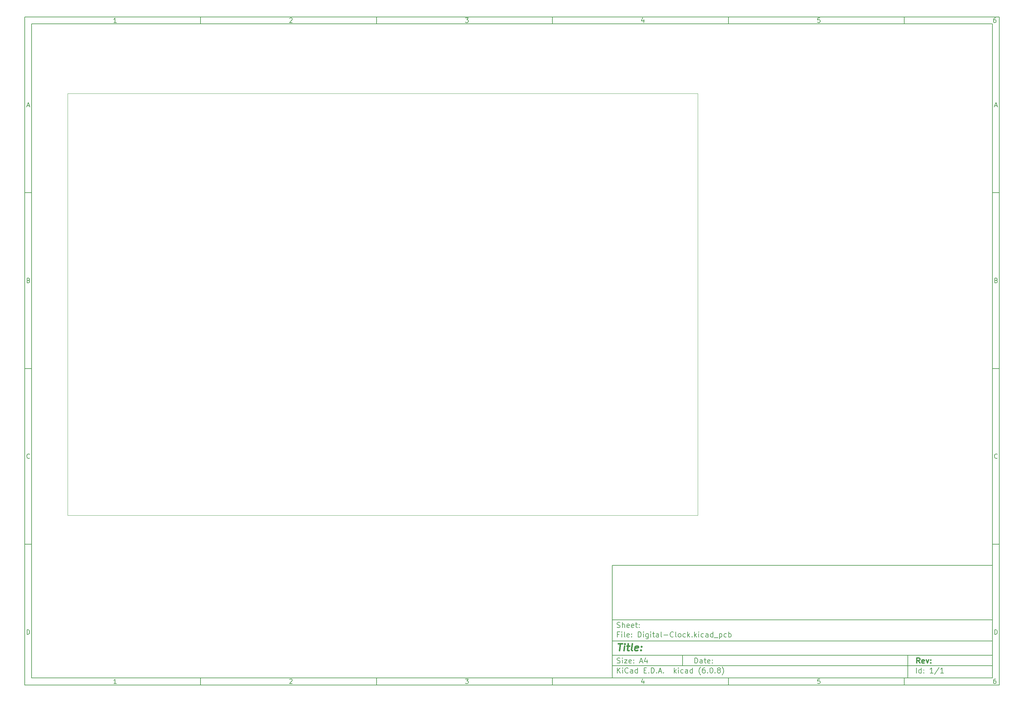
<source format=gbr>
G04 #@! TF.GenerationSoftware,KiCad,Pcbnew,(6.0.8)*
G04 #@! TF.CreationDate,2022-10-20T20:27:47+05:30*
G04 #@! TF.ProjectId,Digital-Clock,44696769-7461-46c2-9d43-6c6f636b2e6b,rev?*
G04 #@! TF.SameCoordinates,Original*
G04 #@! TF.FileFunction,Glue,Bot*
G04 #@! TF.FilePolarity,Positive*
%FSLAX46Y46*%
G04 Gerber Fmt 4.6, Leading zero omitted, Abs format (unit mm)*
G04 Created by KiCad (PCBNEW (6.0.8)) date 2022-10-20 20:27:47*
%MOMM*%
%LPD*%
G01*
G04 APERTURE LIST*
%ADD10C,0.100000*%
%ADD11C,0.150000*%
%ADD12C,0.300000*%
%ADD13C,0.400000*%
G04 #@! TA.AperFunction,Profile*
%ADD14C,0.050000*%
G04 #@! TD*
G04 APERTURE END LIST*
D10*
D11*
X177002200Y-166007200D02*
X177002200Y-198007200D01*
X285002200Y-198007200D01*
X285002200Y-166007200D01*
X177002200Y-166007200D01*
D10*
D11*
X10000000Y-10000000D02*
X10000000Y-200007200D01*
X287002200Y-200007200D01*
X287002200Y-10000000D01*
X10000000Y-10000000D01*
D10*
D11*
X12000000Y-12000000D02*
X12000000Y-198007200D01*
X285002200Y-198007200D01*
X285002200Y-12000000D01*
X12000000Y-12000000D01*
D10*
D11*
X60000000Y-12000000D02*
X60000000Y-10000000D01*
D10*
D11*
X110000000Y-12000000D02*
X110000000Y-10000000D01*
D10*
D11*
X160000000Y-12000000D02*
X160000000Y-10000000D01*
D10*
D11*
X210000000Y-12000000D02*
X210000000Y-10000000D01*
D10*
D11*
X260000000Y-12000000D02*
X260000000Y-10000000D01*
D10*
D11*
X36065476Y-11588095D02*
X35322619Y-11588095D01*
X35694047Y-11588095D02*
X35694047Y-10288095D01*
X35570238Y-10473809D01*
X35446428Y-10597619D01*
X35322619Y-10659523D01*
D10*
D11*
X85322619Y-10411904D02*
X85384523Y-10350000D01*
X85508333Y-10288095D01*
X85817857Y-10288095D01*
X85941666Y-10350000D01*
X86003571Y-10411904D01*
X86065476Y-10535714D01*
X86065476Y-10659523D01*
X86003571Y-10845238D01*
X85260714Y-11588095D01*
X86065476Y-11588095D01*
D10*
D11*
X135260714Y-10288095D02*
X136065476Y-10288095D01*
X135632142Y-10783333D01*
X135817857Y-10783333D01*
X135941666Y-10845238D01*
X136003571Y-10907142D01*
X136065476Y-11030952D01*
X136065476Y-11340476D01*
X136003571Y-11464285D01*
X135941666Y-11526190D01*
X135817857Y-11588095D01*
X135446428Y-11588095D01*
X135322619Y-11526190D01*
X135260714Y-11464285D01*
D10*
D11*
X185941666Y-10721428D02*
X185941666Y-11588095D01*
X185632142Y-10226190D02*
X185322619Y-11154761D01*
X186127380Y-11154761D01*
D10*
D11*
X236003571Y-10288095D02*
X235384523Y-10288095D01*
X235322619Y-10907142D01*
X235384523Y-10845238D01*
X235508333Y-10783333D01*
X235817857Y-10783333D01*
X235941666Y-10845238D01*
X236003571Y-10907142D01*
X236065476Y-11030952D01*
X236065476Y-11340476D01*
X236003571Y-11464285D01*
X235941666Y-11526190D01*
X235817857Y-11588095D01*
X235508333Y-11588095D01*
X235384523Y-11526190D01*
X235322619Y-11464285D01*
D10*
D11*
X285941666Y-10288095D02*
X285694047Y-10288095D01*
X285570238Y-10350000D01*
X285508333Y-10411904D01*
X285384523Y-10597619D01*
X285322619Y-10845238D01*
X285322619Y-11340476D01*
X285384523Y-11464285D01*
X285446428Y-11526190D01*
X285570238Y-11588095D01*
X285817857Y-11588095D01*
X285941666Y-11526190D01*
X286003571Y-11464285D01*
X286065476Y-11340476D01*
X286065476Y-11030952D01*
X286003571Y-10907142D01*
X285941666Y-10845238D01*
X285817857Y-10783333D01*
X285570238Y-10783333D01*
X285446428Y-10845238D01*
X285384523Y-10907142D01*
X285322619Y-11030952D01*
D10*
D11*
X60000000Y-198007200D02*
X60000000Y-200007200D01*
D10*
D11*
X110000000Y-198007200D02*
X110000000Y-200007200D01*
D10*
D11*
X160000000Y-198007200D02*
X160000000Y-200007200D01*
D10*
D11*
X210000000Y-198007200D02*
X210000000Y-200007200D01*
D10*
D11*
X260000000Y-198007200D02*
X260000000Y-200007200D01*
D10*
D11*
X36065476Y-199595295D02*
X35322619Y-199595295D01*
X35694047Y-199595295D02*
X35694047Y-198295295D01*
X35570238Y-198481009D01*
X35446428Y-198604819D01*
X35322619Y-198666723D01*
D10*
D11*
X85322619Y-198419104D02*
X85384523Y-198357200D01*
X85508333Y-198295295D01*
X85817857Y-198295295D01*
X85941666Y-198357200D01*
X86003571Y-198419104D01*
X86065476Y-198542914D01*
X86065476Y-198666723D01*
X86003571Y-198852438D01*
X85260714Y-199595295D01*
X86065476Y-199595295D01*
D10*
D11*
X135260714Y-198295295D02*
X136065476Y-198295295D01*
X135632142Y-198790533D01*
X135817857Y-198790533D01*
X135941666Y-198852438D01*
X136003571Y-198914342D01*
X136065476Y-199038152D01*
X136065476Y-199347676D01*
X136003571Y-199471485D01*
X135941666Y-199533390D01*
X135817857Y-199595295D01*
X135446428Y-199595295D01*
X135322619Y-199533390D01*
X135260714Y-199471485D01*
D10*
D11*
X185941666Y-198728628D02*
X185941666Y-199595295D01*
X185632142Y-198233390D02*
X185322619Y-199161961D01*
X186127380Y-199161961D01*
D10*
D11*
X236003571Y-198295295D02*
X235384523Y-198295295D01*
X235322619Y-198914342D01*
X235384523Y-198852438D01*
X235508333Y-198790533D01*
X235817857Y-198790533D01*
X235941666Y-198852438D01*
X236003571Y-198914342D01*
X236065476Y-199038152D01*
X236065476Y-199347676D01*
X236003571Y-199471485D01*
X235941666Y-199533390D01*
X235817857Y-199595295D01*
X235508333Y-199595295D01*
X235384523Y-199533390D01*
X235322619Y-199471485D01*
D10*
D11*
X285941666Y-198295295D02*
X285694047Y-198295295D01*
X285570238Y-198357200D01*
X285508333Y-198419104D01*
X285384523Y-198604819D01*
X285322619Y-198852438D01*
X285322619Y-199347676D01*
X285384523Y-199471485D01*
X285446428Y-199533390D01*
X285570238Y-199595295D01*
X285817857Y-199595295D01*
X285941666Y-199533390D01*
X286003571Y-199471485D01*
X286065476Y-199347676D01*
X286065476Y-199038152D01*
X286003571Y-198914342D01*
X285941666Y-198852438D01*
X285817857Y-198790533D01*
X285570238Y-198790533D01*
X285446428Y-198852438D01*
X285384523Y-198914342D01*
X285322619Y-199038152D01*
D10*
D11*
X10000000Y-60000000D02*
X12000000Y-60000000D01*
D10*
D11*
X10000000Y-110000000D02*
X12000000Y-110000000D01*
D10*
D11*
X10000000Y-160000000D02*
X12000000Y-160000000D01*
D10*
D11*
X10690476Y-35216666D02*
X11309523Y-35216666D01*
X10566666Y-35588095D02*
X11000000Y-34288095D01*
X11433333Y-35588095D01*
D10*
D11*
X11092857Y-84907142D02*
X11278571Y-84969047D01*
X11340476Y-85030952D01*
X11402380Y-85154761D01*
X11402380Y-85340476D01*
X11340476Y-85464285D01*
X11278571Y-85526190D01*
X11154761Y-85588095D01*
X10659523Y-85588095D01*
X10659523Y-84288095D01*
X11092857Y-84288095D01*
X11216666Y-84350000D01*
X11278571Y-84411904D01*
X11340476Y-84535714D01*
X11340476Y-84659523D01*
X11278571Y-84783333D01*
X11216666Y-84845238D01*
X11092857Y-84907142D01*
X10659523Y-84907142D01*
D10*
D11*
X11402380Y-135464285D02*
X11340476Y-135526190D01*
X11154761Y-135588095D01*
X11030952Y-135588095D01*
X10845238Y-135526190D01*
X10721428Y-135402380D01*
X10659523Y-135278571D01*
X10597619Y-135030952D01*
X10597619Y-134845238D01*
X10659523Y-134597619D01*
X10721428Y-134473809D01*
X10845238Y-134350000D01*
X11030952Y-134288095D01*
X11154761Y-134288095D01*
X11340476Y-134350000D01*
X11402380Y-134411904D01*
D10*
D11*
X10659523Y-185588095D02*
X10659523Y-184288095D01*
X10969047Y-184288095D01*
X11154761Y-184350000D01*
X11278571Y-184473809D01*
X11340476Y-184597619D01*
X11402380Y-184845238D01*
X11402380Y-185030952D01*
X11340476Y-185278571D01*
X11278571Y-185402380D01*
X11154761Y-185526190D01*
X10969047Y-185588095D01*
X10659523Y-185588095D01*
D10*
D11*
X287002200Y-60000000D02*
X285002200Y-60000000D01*
D10*
D11*
X287002200Y-110000000D02*
X285002200Y-110000000D01*
D10*
D11*
X287002200Y-160000000D02*
X285002200Y-160000000D01*
D10*
D11*
X285692676Y-35216666D02*
X286311723Y-35216666D01*
X285568866Y-35588095D02*
X286002200Y-34288095D01*
X286435533Y-35588095D01*
D10*
D11*
X286095057Y-84907142D02*
X286280771Y-84969047D01*
X286342676Y-85030952D01*
X286404580Y-85154761D01*
X286404580Y-85340476D01*
X286342676Y-85464285D01*
X286280771Y-85526190D01*
X286156961Y-85588095D01*
X285661723Y-85588095D01*
X285661723Y-84288095D01*
X286095057Y-84288095D01*
X286218866Y-84350000D01*
X286280771Y-84411904D01*
X286342676Y-84535714D01*
X286342676Y-84659523D01*
X286280771Y-84783333D01*
X286218866Y-84845238D01*
X286095057Y-84907142D01*
X285661723Y-84907142D01*
D10*
D11*
X286404580Y-135464285D02*
X286342676Y-135526190D01*
X286156961Y-135588095D01*
X286033152Y-135588095D01*
X285847438Y-135526190D01*
X285723628Y-135402380D01*
X285661723Y-135278571D01*
X285599819Y-135030952D01*
X285599819Y-134845238D01*
X285661723Y-134597619D01*
X285723628Y-134473809D01*
X285847438Y-134350000D01*
X286033152Y-134288095D01*
X286156961Y-134288095D01*
X286342676Y-134350000D01*
X286404580Y-134411904D01*
D10*
D11*
X285661723Y-185588095D02*
X285661723Y-184288095D01*
X285971247Y-184288095D01*
X286156961Y-184350000D01*
X286280771Y-184473809D01*
X286342676Y-184597619D01*
X286404580Y-184845238D01*
X286404580Y-185030952D01*
X286342676Y-185278571D01*
X286280771Y-185402380D01*
X286156961Y-185526190D01*
X285971247Y-185588095D01*
X285661723Y-185588095D01*
D10*
D11*
X200434342Y-193785771D02*
X200434342Y-192285771D01*
X200791485Y-192285771D01*
X201005771Y-192357200D01*
X201148628Y-192500057D01*
X201220057Y-192642914D01*
X201291485Y-192928628D01*
X201291485Y-193142914D01*
X201220057Y-193428628D01*
X201148628Y-193571485D01*
X201005771Y-193714342D01*
X200791485Y-193785771D01*
X200434342Y-193785771D01*
X202577200Y-193785771D02*
X202577200Y-193000057D01*
X202505771Y-192857200D01*
X202362914Y-192785771D01*
X202077200Y-192785771D01*
X201934342Y-192857200D01*
X202577200Y-193714342D02*
X202434342Y-193785771D01*
X202077200Y-193785771D01*
X201934342Y-193714342D01*
X201862914Y-193571485D01*
X201862914Y-193428628D01*
X201934342Y-193285771D01*
X202077200Y-193214342D01*
X202434342Y-193214342D01*
X202577200Y-193142914D01*
X203077200Y-192785771D02*
X203648628Y-192785771D01*
X203291485Y-192285771D02*
X203291485Y-193571485D01*
X203362914Y-193714342D01*
X203505771Y-193785771D01*
X203648628Y-193785771D01*
X204720057Y-193714342D02*
X204577200Y-193785771D01*
X204291485Y-193785771D01*
X204148628Y-193714342D01*
X204077200Y-193571485D01*
X204077200Y-193000057D01*
X204148628Y-192857200D01*
X204291485Y-192785771D01*
X204577200Y-192785771D01*
X204720057Y-192857200D01*
X204791485Y-193000057D01*
X204791485Y-193142914D01*
X204077200Y-193285771D01*
X205434342Y-193642914D02*
X205505771Y-193714342D01*
X205434342Y-193785771D01*
X205362914Y-193714342D01*
X205434342Y-193642914D01*
X205434342Y-193785771D01*
X205434342Y-192857200D02*
X205505771Y-192928628D01*
X205434342Y-193000057D01*
X205362914Y-192928628D01*
X205434342Y-192857200D01*
X205434342Y-193000057D01*
D10*
D11*
X177002200Y-194507200D02*
X285002200Y-194507200D01*
D10*
D11*
X178434342Y-196585771D02*
X178434342Y-195085771D01*
X179291485Y-196585771D02*
X178648628Y-195728628D01*
X179291485Y-195085771D02*
X178434342Y-195942914D01*
X179934342Y-196585771D02*
X179934342Y-195585771D01*
X179934342Y-195085771D02*
X179862914Y-195157200D01*
X179934342Y-195228628D01*
X180005771Y-195157200D01*
X179934342Y-195085771D01*
X179934342Y-195228628D01*
X181505771Y-196442914D02*
X181434342Y-196514342D01*
X181220057Y-196585771D01*
X181077200Y-196585771D01*
X180862914Y-196514342D01*
X180720057Y-196371485D01*
X180648628Y-196228628D01*
X180577200Y-195942914D01*
X180577200Y-195728628D01*
X180648628Y-195442914D01*
X180720057Y-195300057D01*
X180862914Y-195157200D01*
X181077200Y-195085771D01*
X181220057Y-195085771D01*
X181434342Y-195157200D01*
X181505771Y-195228628D01*
X182791485Y-196585771D02*
X182791485Y-195800057D01*
X182720057Y-195657200D01*
X182577200Y-195585771D01*
X182291485Y-195585771D01*
X182148628Y-195657200D01*
X182791485Y-196514342D02*
X182648628Y-196585771D01*
X182291485Y-196585771D01*
X182148628Y-196514342D01*
X182077200Y-196371485D01*
X182077200Y-196228628D01*
X182148628Y-196085771D01*
X182291485Y-196014342D01*
X182648628Y-196014342D01*
X182791485Y-195942914D01*
X184148628Y-196585771D02*
X184148628Y-195085771D01*
X184148628Y-196514342D02*
X184005771Y-196585771D01*
X183720057Y-196585771D01*
X183577200Y-196514342D01*
X183505771Y-196442914D01*
X183434342Y-196300057D01*
X183434342Y-195871485D01*
X183505771Y-195728628D01*
X183577200Y-195657200D01*
X183720057Y-195585771D01*
X184005771Y-195585771D01*
X184148628Y-195657200D01*
X186005771Y-195800057D02*
X186505771Y-195800057D01*
X186720057Y-196585771D02*
X186005771Y-196585771D01*
X186005771Y-195085771D01*
X186720057Y-195085771D01*
X187362914Y-196442914D02*
X187434342Y-196514342D01*
X187362914Y-196585771D01*
X187291485Y-196514342D01*
X187362914Y-196442914D01*
X187362914Y-196585771D01*
X188077200Y-196585771D02*
X188077200Y-195085771D01*
X188434342Y-195085771D01*
X188648628Y-195157200D01*
X188791485Y-195300057D01*
X188862914Y-195442914D01*
X188934342Y-195728628D01*
X188934342Y-195942914D01*
X188862914Y-196228628D01*
X188791485Y-196371485D01*
X188648628Y-196514342D01*
X188434342Y-196585771D01*
X188077200Y-196585771D01*
X189577200Y-196442914D02*
X189648628Y-196514342D01*
X189577200Y-196585771D01*
X189505771Y-196514342D01*
X189577200Y-196442914D01*
X189577200Y-196585771D01*
X190220057Y-196157200D02*
X190934342Y-196157200D01*
X190077200Y-196585771D02*
X190577200Y-195085771D01*
X191077200Y-196585771D01*
X191577200Y-196442914D02*
X191648628Y-196514342D01*
X191577200Y-196585771D01*
X191505771Y-196514342D01*
X191577200Y-196442914D01*
X191577200Y-196585771D01*
X194577200Y-196585771D02*
X194577200Y-195085771D01*
X194720057Y-196014342D02*
X195148628Y-196585771D01*
X195148628Y-195585771D02*
X194577200Y-196157200D01*
X195791485Y-196585771D02*
X195791485Y-195585771D01*
X195791485Y-195085771D02*
X195720057Y-195157200D01*
X195791485Y-195228628D01*
X195862914Y-195157200D01*
X195791485Y-195085771D01*
X195791485Y-195228628D01*
X197148628Y-196514342D02*
X197005771Y-196585771D01*
X196720057Y-196585771D01*
X196577200Y-196514342D01*
X196505771Y-196442914D01*
X196434342Y-196300057D01*
X196434342Y-195871485D01*
X196505771Y-195728628D01*
X196577200Y-195657200D01*
X196720057Y-195585771D01*
X197005771Y-195585771D01*
X197148628Y-195657200D01*
X198434342Y-196585771D02*
X198434342Y-195800057D01*
X198362914Y-195657200D01*
X198220057Y-195585771D01*
X197934342Y-195585771D01*
X197791485Y-195657200D01*
X198434342Y-196514342D02*
X198291485Y-196585771D01*
X197934342Y-196585771D01*
X197791485Y-196514342D01*
X197720057Y-196371485D01*
X197720057Y-196228628D01*
X197791485Y-196085771D01*
X197934342Y-196014342D01*
X198291485Y-196014342D01*
X198434342Y-195942914D01*
X199791485Y-196585771D02*
X199791485Y-195085771D01*
X199791485Y-196514342D02*
X199648628Y-196585771D01*
X199362914Y-196585771D01*
X199220057Y-196514342D01*
X199148628Y-196442914D01*
X199077200Y-196300057D01*
X199077200Y-195871485D01*
X199148628Y-195728628D01*
X199220057Y-195657200D01*
X199362914Y-195585771D01*
X199648628Y-195585771D01*
X199791485Y-195657200D01*
X202077200Y-197157200D02*
X202005771Y-197085771D01*
X201862914Y-196871485D01*
X201791485Y-196728628D01*
X201720057Y-196514342D01*
X201648628Y-196157200D01*
X201648628Y-195871485D01*
X201720057Y-195514342D01*
X201791485Y-195300057D01*
X201862914Y-195157200D01*
X202005771Y-194942914D01*
X202077200Y-194871485D01*
X203291485Y-195085771D02*
X203005771Y-195085771D01*
X202862914Y-195157200D01*
X202791485Y-195228628D01*
X202648628Y-195442914D01*
X202577200Y-195728628D01*
X202577200Y-196300057D01*
X202648628Y-196442914D01*
X202720057Y-196514342D01*
X202862914Y-196585771D01*
X203148628Y-196585771D01*
X203291485Y-196514342D01*
X203362914Y-196442914D01*
X203434342Y-196300057D01*
X203434342Y-195942914D01*
X203362914Y-195800057D01*
X203291485Y-195728628D01*
X203148628Y-195657200D01*
X202862914Y-195657200D01*
X202720057Y-195728628D01*
X202648628Y-195800057D01*
X202577200Y-195942914D01*
X204077200Y-196442914D02*
X204148628Y-196514342D01*
X204077200Y-196585771D01*
X204005771Y-196514342D01*
X204077200Y-196442914D01*
X204077200Y-196585771D01*
X205077200Y-195085771D02*
X205220057Y-195085771D01*
X205362914Y-195157200D01*
X205434342Y-195228628D01*
X205505771Y-195371485D01*
X205577200Y-195657200D01*
X205577200Y-196014342D01*
X205505771Y-196300057D01*
X205434342Y-196442914D01*
X205362914Y-196514342D01*
X205220057Y-196585771D01*
X205077200Y-196585771D01*
X204934342Y-196514342D01*
X204862914Y-196442914D01*
X204791485Y-196300057D01*
X204720057Y-196014342D01*
X204720057Y-195657200D01*
X204791485Y-195371485D01*
X204862914Y-195228628D01*
X204934342Y-195157200D01*
X205077200Y-195085771D01*
X206220057Y-196442914D02*
X206291485Y-196514342D01*
X206220057Y-196585771D01*
X206148628Y-196514342D01*
X206220057Y-196442914D01*
X206220057Y-196585771D01*
X207148628Y-195728628D02*
X207005771Y-195657200D01*
X206934342Y-195585771D01*
X206862914Y-195442914D01*
X206862914Y-195371485D01*
X206934342Y-195228628D01*
X207005771Y-195157200D01*
X207148628Y-195085771D01*
X207434342Y-195085771D01*
X207577200Y-195157200D01*
X207648628Y-195228628D01*
X207720057Y-195371485D01*
X207720057Y-195442914D01*
X207648628Y-195585771D01*
X207577200Y-195657200D01*
X207434342Y-195728628D01*
X207148628Y-195728628D01*
X207005771Y-195800057D01*
X206934342Y-195871485D01*
X206862914Y-196014342D01*
X206862914Y-196300057D01*
X206934342Y-196442914D01*
X207005771Y-196514342D01*
X207148628Y-196585771D01*
X207434342Y-196585771D01*
X207577200Y-196514342D01*
X207648628Y-196442914D01*
X207720057Y-196300057D01*
X207720057Y-196014342D01*
X207648628Y-195871485D01*
X207577200Y-195800057D01*
X207434342Y-195728628D01*
X208220057Y-197157200D02*
X208291485Y-197085771D01*
X208434342Y-196871485D01*
X208505771Y-196728628D01*
X208577200Y-196514342D01*
X208648628Y-196157200D01*
X208648628Y-195871485D01*
X208577200Y-195514342D01*
X208505771Y-195300057D01*
X208434342Y-195157200D01*
X208291485Y-194942914D01*
X208220057Y-194871485D01*
D10*
D11*
X177002200Y-191507200D02*
X285002200Y-191507200D01*
D10*
D12*
X264411485Y-193785771D02*
X263911485Y-193071485D01*
X263554342Y-193785771D02*
X263554342Y-192285771D01*
X264125771Y-192285771D01*
X264268628Y-192357200D01*
X264340057Y-192428628D01*
X264411485Y-192571485D01*
X264411485Y-192785771D01*
X264340057Y-192928628D01*
X264268628Y-193000057D01*
X264125771Y-193071485D01*
X263554342Y-193071485D01*
X265625771Y-193714342D02*
X265482914Y-193785771D01*
X265197200Y-193785771D01*
X265054342Y-193714342D01*
X264982914Y-193571485D01*
X264982914Y-193000057D01*
X265054342Y-192857200D01*
X265197200Y-192785771D01*
X265482914Y-192785771D01*
X265625771Y-192857200D01*
X265697200Y-193000057D01*
X265697200Y-193142914D01*
X264982914Y-193285771D01*
X266197200Y-192785771D02*
X266554342Y-193785771D01*
X266911485Y-192785771D01*
X267482914Y-193642914D02*
X267554342Y-193714342D01*
X267482914Y-193785771D01*
X267411485Y-193714342D01*
X267482914Y-193642914D01*
X267482914Y-193785771D01*
X267482914Y-192857200D02*
X267554342Y-192928628D01*
X267482914Y-193000057D01*
X267411485Y-192928628D01*
X267482914Y-192857200D01*
X267482914Y-193000057D01*
D10*
D11*
X178362914Y-193714342D02*
X178577200Y-193785771D01*
X178934342Y-193785771D01*
X179077200Y-193714342D01*
X179148628Y-193642914D01*
X179220057Y-193500057D01*
X179220057Y-193357200D01*
X179148628Y-193214342D01*
X179077200Y-193142914D01*
X178934342Y-193071485D01*
X178648628Y-193000057D01*
X178505771Y-192928628D01*
X178434342Y-192857200D01*
X178362914Y-192714342D01*
X178362914Y-192571485D01*
X178434342Y-192428628D01*
X178505771Y-192357200D01*
X178648628Y-192285771D01*
X179005771Y-192285771D01*
X179220057Y-192357200D01*
X179862914Y-193785771D02*
X179862914Y-192785771D01*
X179862914Y-192285771D02*
X179791485Y-192357200D01*
X179862914Y-192428628D01*
X179934342Y-192357200D01*
X179862914Y-192285771D01*
X179862914Y-192428628D01*
X180434342Y-192785771D02*
X181220057Y-192785771D01*
X180434342Y-193785771D01*
X181220057Y-193785771D01*
X182362914Y-193714342D02*
X182220057Y-193785771D01*
X181934342Y-193785771D01*
X181791485Y-193714342D01*
X181720057Y-193571485D01*
X181720057Y-193000057D01*
X181791485Y-192857200D01*
X181934342Y-192785771D01*
X182220057Y-192785771D01*
X182362914Y-192857200D01*
X182434342Y-193000057D01*
X182434342Y-193142914D01*
X181720057Y-193285771D01*
X183077200Y-193642914D02*
X183148628Y-193714342D01*
X183077200Y-193785771D01*
X183005771Y-193714342D01*
X183077200Y-193642914D01*
X183077200Y-193785771D01*
X183077200Y-192857200D02*
X183148628Y-192928628D01*
X183077200Y-193000057D01*
X183005771Y-192928628D01*
X183077200Y-192857200D01*
X183077200Y-193000057D01*
X184862914Y-193357200D02*
X185577200Y-193357200D01*
X184720057Y-193785771D02*
X185220057Y-192285771D01*
X185720057Y-193785771D01*
X186862914Y-192785771D02*
X186862914Y-193785771D01*
X186505771Y-192214342D02*
X186148628Y-193285771D01*
X187077200Y-193285771D01*
D10*
D11*
X263434342Y-196585771D02*
X263434342Y-195085771D01*
X264791485Y-196585771D02*
X264791485Y-195085771D01*
X264791485Y-196514342D02*
X264648628Y-196585771D01*
X264362914Y-196585771D01*
X264220057Y-196514342D01*
X264148628Y-196442914D01*
X264077200Y-196300057D01*
X264077200Y-195871485D01*
X264148628Y-195728628D01*
X264220057Y-195657200D01*
X264362914Y-195585771D01*
X264648628Y-195585771D01*
X264791485Y-195657200D01*
X265505771Y-196442914D02*
X265577200Y-196514342D01*
X265505771Y-196585771D01*
X265434342Y-196514342D01*
X265505771Y-196442914D01*
X265505771Y-196585771D01*
X265505771Y-195657200D02*
X265577200Y-195728628D01*
X265505771Y-195800057D01*
X265434342Y-195728628D01*
X265505771Y-195657200D01*
X265505771Y-195800057D01*
X268148628Y-196585771D02*
X267291485Y-196585771D01*
X267720057Y-196585771D02*
X267720057Y-195085771D01*
X267577200Y-195300057D01*
X267434342Y-195442914D01*
X267291485Y-195514342D01*
X269862914Y-195014342D02*
X268577200Y-196942914D01*
X271148628Y-196585771D02*
X270291485Y-196585771D01*
X270720057Y-196585771D02*
X270720057Y-195085771D01*
X270577200Y-195300057D01*
X270434342Y-195442914D01*
X270291485Y-195514342D01*
D10*
D11*
X177002200Y-187507200D02*
X285002200Y-187507200D01*
D10*
D13*
X178714580Y-188211961D02*
X179857438Y-188211961D01*
X179036009Y-190211961D02*
X179286009Y-188211961D01*
X180274104Y-190211961D02*
X180440771Y-188878628D01*
X180524104Y-188211961D02*
X180416961Y-188307200D01*
X180500295Y-188402438D01*
X180607438Y-188307200D01*
X180524104Y-188211961D01*
X180500295Y-188402438D01*
X181107438Y-188878628D02*
X181869342Y-188878628D01*
X181476485Y-188211961D02*
X181262200Y-189926247D01*
X181333628Y-190116723D01*
X181512200Y-190211961D01*
X181702676Y-190211961D01*
X182655057Y-190211961D02*
X182476485Y-190116723D01*
X182405057Y-189926247D01*
X182619342Y-188211961D01*
X184190771Y-190116723D02*
X183988390Y-190211961D01*
X183607438Y-190211961D01*
X183428866Y-190116723D01*
X183357438Y-189926247D01*
X183452676Y-189164342D01*
X183571723Y-188973866D01*
X183774104Y-188878628D01*
X184155057Y-188878628D01*
X184333628Y-188973866D01*
X184405057Y-189164342D01*
X184381247Y-189354819D01*
X183405057Y-189545295D01*
X185155057Y-190021485D02*
X185238390Y-190116723D01*
X185131247Y-190211961D01*
X185047914Y-190116723D01*
X185155057Y-190021485D01*
X185131247Y-190211961D01*
X185286009Y-188973866D02*
X185369342Y-189069104D01*
X185262200Y-189164342D01*
X185178866Y-189069104D01*
X185286009Y-188973866D01*
X185262200Y-189164342D01*
D10*
D11*
X178934342Y-185600057D02*
X178434342Y-185600057D01*
X178434342Y-186385771D02*
X178434342Y-184885771D01*
X179148628Y-184885771D01*
X179720057Y-186385771D02*
X179720057Y-185385771D01*
X179720057Y-184885771D02*
X179648628Y-184957200D01*
X179720057Y-185028628D01*
X179791485Y-184957200D01*
X179720057Y-184885771D01*
X179720057Y-185028628D01*
X180648628Y-186385771D02*
X180505771Y-186314342D01*
X180434342Y-186171485D01*
X180434342Y-184885771D01*
X181791485Y-186314342D02*
X181648628Y-186385771D01*
X181362914Y-186385771D01*
X181220057Y-186314342D01*
X181148628Y-186171485D01*
X181148628Y-185600057D01*
X181220057Y-185457200D01*
X181362914Y-185385771D01*
X181648628Y-185385771D01*
X181791485Y-185457200D01*
X181862914Y-185600057D01*
X181862914Y-185742914D01*
X181148628Y-185885771D01*
X182505771Y-186242914D02*
X182577200Y-186314342D01*
X182505771Y-186385771D01*
X182434342Y-186314342D01*
X182505771Y-186242914D01*
X182505771Y-186385771D01*
X182505771Y-185457200D02*
X182577200Y-185528628D01*
X182505771Y-185600057D01*
X182434342Y-185528628D01*
X182505771Y-185457200D01*
X182505771Y-185600057D01*
X184362914Y-186385771D02*
X184362914Y-184885771D01*
X184720057Y-184885771D01*
X184934342Y-184957200D01*
X185077200Y-185100057D01*
X185148628Y-185242914D01*
X185220057Y-185528628D01*
X185220057Y-185742914D01*
X185148628Y-186028628D01*
X185077200Y-186171485D01*
X184934342Y-186314342D01*
X184720057Y-186385771D01*
X184362914Y-186385771D01*
X185862914Y-186385771D02*
X185862914Y-185385771D01*
X185862914Y-184885771D02*
X185791485Y-184957200D01*
X185862914Y-185028628D01*
X185934342Y-184957200D01*
X185862914Y-184885771D01*
X185862914Y-185028628D01*
X187220057Y-185385771D02*
X187220057Y-186600057D01*
X187148628Y-186742914D01*
X187077200Y-186814342D01*
X186934342Y-186885771D01*
X186720057Y-186885771D01*
X186577200Y-186814342D01*
X187220057Y-186314342D02*
X187077200Y-186385771D01*
X186791485Y-186385771D01*
X186648628Y-186314342D01*
X186577200Y-186242914D01*
X186505771Y-186100057D01*
X186505771Y-185671485D01*
X186577200Y-185528628D01*
X186648628Y-185457200D01*
X186791485Y-185385771D01*
X187077200Y-185385771D01*
X187220057Y-185457200D01*
X187934342Y-186385771D02*
X187934342Y-185385771D01*
X187934342Y-184885771D02*
X187862914Y-184957200D01*
X187934342Y-185028628D01*
X188005771Y-184957200D01*
X187934342Y-184885771D01*
X187934342Y-185028628D01*
X188434342Y-185385771D02*
X189005771Y-185385771D01*
X188648628Y-184885771D02*
X188648628Y-186171485D01*
X188720057Y-186314342D01*
X188862914Y-186385771D01*
X189005771Y-186385771D01*
X190148628Y-186385771D02*
X190148628Y-185600057D01*
X190077200Y-185457200D01*
X189934342Y-185385771D01*
X189648628Y-185385771D01*
X189505771Y-185457200D01*
X190148628Y-186314342D02*
X190005771Y-186385771D01*
X189648628Y-186385771D01*
X189505771Y-186314342D01*
X189434342Y-186171485D01*
X189434342Y-186028628D01*
X189505771Y-185885771D01*
X189648628Y-185814342D01*
X190005771Y-185814342D01*
X190148628Y-185742914D01*
X191077200Y-186385771D02*
X190934342Y-186314342D01*
X190862914Y-186171485D01*
X190862914Y-184885771D01*
X191648628Y-185814342D02*
X192791485Y-185814342D01*
X194362914Y-186242914D02*
X194291485Y-186314342D01*
X194077200Y-186385771D01*
X193934342Y-186385771D01*
X193720057Y-186314342D01*
X193577200Y-186171485D01*
X193505771Y-186028628D01*
X193434342Y-185742914D01*
X193434342Y-185528628D01*
X193505771Y-185242914D01*
X193577200Y-185100057D01*
X193720057Y-184957200D01*
X193934342Y-184885771D01*
X194077200Y-184885771D01*
X194291485Y-184957200D01*
X194362914Y-185028628D01*
X195220057Y-186385771D02*
X195077200Y-186314342D01*
X195005771Y-186171485D01*
X195005771Y-184885771D01*
X196005771Y-186385771D02*
X195862914Y-186314342D01*
X195791485Y-186242914D01*
X195720057Y-186100057D01*
X195720057Y-185671485D01*
X195791485Y-185528628D01*
X195862914Y-185457200D01*
X196005771Y-185385771D01*
X196220057Y-185385771D01*
X196362914Y-185457200D01*
X196434342Y-185528628D01*
X196505771Y-185671485D01*
X196505771Y-186100057D01*
X196434342Y-186242914D01*
X196362914Y-186314342D01*
X196220057Y-186385771D01*
X196005771Y-186385771D01*
X197791485Y-186314342D02*
X197648628Y-186385771D01*
X197362914Y-186385771D01*
X197220057Y-186314342D01*
X197148628Y-186242914D01*
X197077200Y-186100057D01*
X197077200Y-185671485D01*
X197148628Y-185528628D01*
X197220057Y-185457200D01*
X197362914Y-185385771D01*
X197648628Y-185385771D01*
X197791485Y-185457200D01*
X198434342Y-186385771D02*
X198434342Y-184885771D01*
X198577200Y-185814342D02*
X199005771Y-186385771D01*
X199005771Y-185385771D02*
X198434342Y-185957200D01*
X199648628Y-186242914D02*
X199720057Y-186314342D01*
X199648628Y-186385771D01*
X199577200Y-186314342D01*
X199648628Y-186242914D01*
X199648628Y-186385771D01*
X200362914Y-186385771D02*
X200362914Y-184885771D01*
X200505771Y-185814342D02*
X200934342Y-186385771D01*
X200934342Y-185385771D02*
X200362914Y-185957200D01*
X201577200Y-186385771D02*
X201577200Y-185385771D01*
X201577200Y-184885771D02*
X201505771Y-184957200D01*
X201577200Y-185028628D01*
X201648628Y-184957200D01*
X201577200Y-184885771D01*
X201577200Y-185028628D01*
X202934342Y-186314342D02*
X202791485Y-186385771D01*
X202505771Y-186385771D01*
X202362914Y-186314342D01*
X202291485Y-186242914D01*
X202220057Y-186100057D01*
X202220057Y-185671485D01*
X202291485Y-185528628D01*
X202362914Y-185457200D01*
X202505771Y-185385771D01*
X202791485Y-185385771D01*
X202934342Y-185457200D01*
X204220057Y-186385771D02*
X204220057Y-185600057D01*
X204148628Y-185457200D01*
X204005771Y-185385771D01*
X203720057Y-185385771D01*
X203577200Y-185457200D01*
X204220057Y-186314342D02*
X204077200Y-186385771D01*
X203720057Y-186385771D01*
X203577200Y-186314342D01*
X203505771Y-186171485D01*
X203505771Y-186028628D01*
X203577200Y-185885771D01*
X203720057Y-185814342D01*
X204077200Y-185814342D01*
X204220057Y-185742914D01*
X205577200Y-186385771D02*
X205577200Y-184885771D01*
X205577200Y-186314342D02*
X205434342Y-186385771D01*
X205148628Y-186385771D01*
X205005771Y-186314342D01*
X204934342Y-186242914D01*
X204862914Y-186100057D01*
X204862914Y-185671485D01*
X204934342Y-185528628D01*
X205005771Y-185457200D01*
X205148628Y-185385771D01*
X205434342Y-185385771D01*
X205577200Y-185457200D01*
X205934342Y-186528628D02*
X207077200Y-186528628D01*
X207434342Y-185385771D02*
X207434342Y-186885771D01*
X207434342Y-185457200D02*
X207577200Y-185385771D01*
X207862914Y-185385771D01*
X208005771Y-185457200D01*
X208077200Y-185528628D01*
X208148628Y-185671485D01*
X208148628Y-186100057D01*
X208077200Y-186242914D01*
X208005771Y-186314342D01*
X207862914Y-186385771D01*
X207577200Y-186385771D01*
X207434342Y-186314342D01*
X209434342Y-186314342D02*
X209291485Y-186385771D01*
X209005771Y-186385771D01*
X208862914Y-186314342D01*
X208791485Y-186242914D01*
X208720057Y-186100057D01*
X208720057Y-185671485D01*
X208791485Y-185528628D01*
X208862914Y-185457200D01*
X209005771Y-185385771D01*
X209291485Y-185385771D01*
X209434342Y-185457200D01*
X210077200Y-186385771D02*
X210077200Y-184885771D01*
X210077200Y-185457200D02*
X210220057Y-185385771D01*
X210505771Y-185385771D01*
X210648628Y-185457200D01*
X210720057Y-185528628D01*
X210791485Y-185671485D01*
X210791485Y-186100057D01*
X210720057Y-186242914D01*
X210648628Y-186314342D01*
X210505771Y-186385771D01*
X210220057Y-186385771D01*
X210077200Y-186314342D01*
D10*
D11*
X177002200Y-181507200D02*
X285002200Y-181507200D01*
D10*
D11*
X178362914Y-183614342D02*
X178577200Y-183685771D01*
X178934342Y-183685771D01*
X179077200Y-183614342D01*
X179148628Y-183542914D01*
X179220057Y-183400057D01*
X179220057Y-183257200D01*
X179148628Y-183114342D01*
X179077200Y-183042914D01*
X178934342Y-182971485D01*
X178648628Y-182900057D01*
X178505771Y-182828628D01*
X178434342Y-182757200D01*
X178362914Y-182614342D01*
X178362914Y-182471485D01*
X178434342Y-182328628D01*
X178505771Y-182257200D01*
X178648628Y-182185771D01*
X179005771Y-182185771D01*
X179220057Y-182257200D01*
X179862914Y-183685771D02*
X179862914Y-182185771D01*
X180505771Y-183685771D02*
X180505771Y-182900057D01*
X180434342Y-182757200D01*
X180291485Y-182685771D01*
X180077200Y-182685771D01*
X179934342Y-182757200D01*
X179862914Y-182828628D01*
X181791485Y-183614342D02*
X181648628Y-183685771D01*
X181362914Y-183685771D01*
X181220057Y-183614342D01*
X181148628Y-183471485D01*
X181148628Y-182900057D01*
X181220057Y-182757200D01*
X181362914Y-182685771D01*
X181648628Y-182685771D01*
X181791485Y-182757200D01*
X181862914Y-182900057D01*
X181862914Y-183042914D01*
X181148628Y-183185771D01*
X183077200Y-183614342D02*
X182934342Y-183685771D01*
X182648628Y-183685771D01*
X182505771Y-183614342D01*
X182434342Y-183471485D01*
X182434342Y-182900057D01*
X182505771Y-182757200D01*
X182648628Y-182685771D01*
X182934342Y-182685771D01*
X183077200Y-182757200D01*
X183148628Y-182900057D01*
X183148628Y-183042914D01*
X182434342Y-183185771D01*
X183577200Y-182685771D02*
X184148628Y-182685771D01*
X183791485Y-182185771D02*
X183791485Y-183471485D01*
X183862914Y-183614342D01*
X184005771Y-183685771D01*
X184148628Y-183685771D01*
X184648628Y-183542914D02*
X184720057Y-183614342D01*
X184648628Y-183685771D01*
X184577200Y-183614342D01*
X184648628Y-183542914D01*
X184648628Y-183685771D01*
X184648628Y-182757200D02*
X184720057Y-182828628D01*
X184648628Y-182900057D01*
X184577200Y-182828628D01*
X184648628Y-182757200D01*
X184648628Y-182900057D01*
D10*
D12*
D10*
D11*
D10*
D11*
D10*
D11*
D10*
D11*
D10*
D11*
X197002200Y-191507200D02*
X197002200Y-194507200D01*
D10*
D11*
X261002200Y-191507200D02*
X261002200Y-198007200D01*
D14*
X22225000Y-33655000D02*
X22225000Y-133350000D01*
X22225000Y-151765000D02*
X201295000Y-151765000D01*
X22225000Y-31750000D02*
X22225000Y-33655000D01*
X201295000Y-41910000D02*
X201295000Y-31750000D01*
X22225000Y-133350000D02*
X22225000Y-151765000D01*
X201295000Y-31750000D02*
X22225000Y-31750000D01*
X201295000Y-151765000D02*
X201295000Y-41910000D01*
M02*

</source>
